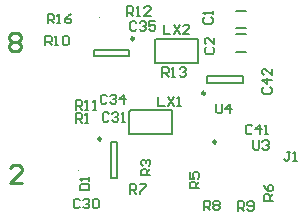
<source format=gto>
G04 Layer_Color=65535*
%FSLAX25Y25*%
%MOIN*%
G70*
G01*
G75*
%ADD32C,0.00984*%
%ADD38C,0.00394*%
%ADD39C,0.00787*%
%ADD40C,0.00606*%
%ADD41C,0.01000*%
D32*
X48031Y58858D02*
G03*
X48031Y58858I-492J0D01*
G01*
X71743Y40684D02*
G03*
X71743Y40684I-492J0D01*
G01*
X75439Y24508D02*
G03*
X75439Y24508I-492J0D01*
G01*
X37106Y25492D02*
G03*
X37106Y25492I-492J0D01*
G01*
D38*
X29626Y14980D02*
G03*
X29626Y14980I-197J0D01*
G01*
X36437Y65945D02*
G03*
X36437Y65945I-197J0D01*
G01*
D39*
X34547Y53150D02*
X46358D01*
X34547Y55118D02*
X46358D01*
X34547Y53150D02*
Y55118D01*
X46358Y53150D02*
Y55118D01*
X46464Y34727D02*
X46526Y34790D01*
X46651Y34915D02*
X46714Y34977D01*
X46339Y34602D02*
X46464Y34727D01*
X46714Y34977D02*
X46839Y35102D01*
X60839Y27102D02*
Y35102D01*
X46839D02*
X60839D01*
X46526Y34790D02*
X46651Y34915D01*
X46339Y27102D02*
Y34602D01*
Y27102D02*
X60839D01*
X82087Y62303D02*
X85236D01*
X82087Y68209D02*
X85236D01*
X72235Y46589D02*
X84439D01*
X72235Y44227D02*
X84439D01*
Y46589D01*
X72235Y44227D02*
Y46589D01*
X42323Y12500D02*
Y24311D01*
X40354Y12500D02*
Y24311D01*
Y12500D02*
X42323D01*
X40354Y24311D02*
X42323D01*
X55027Y58448D02*
X55089Y58510D01*
X55214Y58635D02*
X55277Y58698D01*
X54902Y58323D02*
X55027Y58448D01*
X55277Y58698D02*
X55402Y58823D01*
X69402Y50823D02*
Y58823D01*
X55402D02*
X69402D01*
X55089Y58510D02*
X55214Y58635D01*
X54902Y50823D02*
Y58323D01*
Y50823D02*
X69402D01*
X82087Y54527D02*
X85236D01*
X82087Y60433D02*
X85236D01*
D40*
X71687Y65977D02*
X71162Y65452D01*
Y64403D01*
X71687Y63878D01*
X73786D01*
X74311Y64403D01*
Y65452D01*
X73786Y65977D01*
X74311Y67027D02*
Y68076D01*
Y67551D01*
X71162D01*
X71687Y67027D01*
X72179Y56036D02*
X71655Y55511D01*
Y54462D01*
X72179Y53937D01*
X74278D01*
X74803Y54462D01*
Y55511D01*
X74278Y56036D01*
X74803Y59185D02*
Y57086D01*
X72704Y59185D01*
X72179D01*
X71655Y58660D01*
Y57610D01*
X72179Y57086D01*
X30052Y4986D02*
X29527Y5511D01*
X28477D01*
X27953Y4986D01*
Y2887D01*
X28477Y2362D01*
X29527D01*
X30052Y2887D01*
X31101Y4986D02*
X31626Y5511D01*
X32676D01*
X33200Y4986D01*
Y4461D01*
X32676Y3937D01*
X32151D01*
X32676D01*
X33200Y3412D01*
Y2887D01*
X32676Y2362D01*
X31626D01*
X31101Y2887D01*
X34250Y4986D02*
X34775Y5511D01*
X35824D01*
X36349Y4986D01*
Y2887D01*
X35824Y2362D01*
X34775D01*
X34250Y2887D01*
Y4986D01*
X39698Y33825D02*
X39173Y34349D01*
X38123D01*
X37598Y33825D01*
Y31726D01*
X38123Y31201D01*
X39173D01*
X39698Y31726D01*
X40747Y33825D02*
X41272Y34349D01*
X42321D01*
X42846Y33825D01*
Y33300D01*
X42321Y32775D01*
X41796D01*
X42321D01*
X42846Y32250D01*
Y31726D01*
X42321Y31201D01*
X41272D01*
X40747Y31726D01*
X43896Y31201D02*
X44945D01*
X44420D01*
Y34349D01*
X43896Y33825D01*
X39009Y39730D02*
X38484Y40255D01*
X37434D01*
X36909Y39730D01*
Y37631D01*
X37434Y37106D01*
X38484D01*
X39009Y37631D01*
X40058Y39730D02*
X40583Y40255D01*
X41632D01*
X42157Y39730D01*
Y39205D01*
X41632Y38681D01*
X41108D01*
X41632D01*
X42157Y38156D01*
Y37631D01*
X41632Y37106D01*
X40583D01*
X40058Y37631D01*
X44781Y37106D02*
Y40255D01*
X43207Y38681D01*
X45306D01*
X48851Y64140D02*
X48326Y64664D01*
X47277D01*
X46752Y64140D01*
Y62041D01*
X47277Y61516D01*
X48326D01*
X48851Y62041D01*
X49900Y64140D02*
X50425Y64664D01*
X51475D01*
X52000Y64140D01*
Y63615D01*
X51475Y63090D01*
X50950D01*
X51475D01*
X52000Y62565D01*
Y62041D01*
X51475Y61516D01*
X50425D01*
X49900Y62041D01*
X55148Y64664D02*
X53049D01*
Y63090D01*
X54099Y63615D01*
X54623D01*
X55148Y63090D01*
Y62041D01*
X54623Y61516D01*
X53574D01*
X53049Y62041D01*
X87434Y29691D02*
X86909Y30215D01*
X85859D01*
X85335Y29691D01*
Y27592D01*
X85859Y27067D01*
X86909D01*
X87434Y27592D01*
X90057Y27067D02*
Y30215D01*
X88483Y28641D01*
X90582D01*
X91632Y27067D02*
X92681D01*
X92157D01*
Y30215D01*
X91632Y29691D01*
X91274Y42650D02*
X90749Y42125D01*
Y41076D01*
X91274Y40551D01*
X93373D01*
X93898Y41076D01*
Y42125D01*
X93373Y42650D01*
X93898Y45274D02*
X90749D01*
X92323Y43700D01*
Y45799D01*
X93898Y48947D02*
Y46848D01*
X91799Y48947D01*
X91274D01*
X90749Y48423D01*
Y47373D01*
X91274Y46848D01*
X30021Y8465D02*
X33169D01*
Y10039D01*
X32645Y10564D01*
X30545D01*
X30021Y10039D01*
Y8465D01*
X33169Y11613D02*
Y12663D01*
Y12138D01*
X30021D01*
X30545Y11613D01*
X100131Y21259D02*
X99081D01*
X99606D01*
Y18635D01*
X99081Y18110D01*
X98556D01*
X98032Y18635D01*
X101180Y18110D02*
X102230D01*
X101705D01*
Y21259D01*
X101180Y20734D01*
X56201Y39566D02*
Y36417D01*
X58300D01*
X59349Y39566D02*
X61448Y36417D01*
Y39566D02*
X59349Y36417D01*
X62498D02*
X63547D01*
X63023D01*
Y39566D01*
X62498Y39041D01*
X58071Y63582D02*
Y60433D01*
X60170D01*
X61219Y63582D02*
X63319Y60433D01*
Y63582D02*
X61219Y60433D01*
X66467D02*
X64368D01*
X66467Y62532D01*
Y63057D01*
X65942Y63582D01*
X64893D01*
X64368Y63057D01*
X28642Y30906D02*
Y34054D01*
X30216D01*
X30741Y33529D01*
Y32480D01*
X30216Y31955D01*
X28642D01*
X29691D02*
X30741Y30906D01*
X31790D02*
X32840D01*
X32315D01*
Y34054D01*
X31790Y33529D01*
X53543Y13287D02*
X50395D01*
Y14862D01*
X50920Y15386D01*
X51969D01*
X52494Y14862D01*
Y13287D01*
Y14337D02*
X53543Y15386D01*
X50920Y16436D02*
X50395Y16961D01*
Y18010D01*
X50920Y18535D01*
X51444D01*
X51969Y18010D01*
Y17485D01*
Y18010D01*
X52494Y18535D01*
X53018D01*
X53543Y18010D01*
Y16961D01*
X53018Y16436D01*
X69784Y9055D02*
X66635D01*
Y10629D01*
X67160Y11154D01*
X68209D01*
X68734Y10629D01*
Y9055D01*
Y10105D02*
X69784Y11154D01*
X66635Y14303D02*
Y12204D01*
X68209D01*
X67684Y13253D01*
Y13778D01*
X68209Y14303D01*
X69259D01*
X69784Y13778D01*
Y12729D01*
X69259Y12204D01*
X94390Y4918D02*
X91241D01*
Y6493D01*
X91766Y7017D01*
X92816D01*
X93340Y6493D01*
Y4918D01*
Y5968D02*
X94390Y7017D01*
X91241Y10166D02*
X91766Y9116D01*
X92816Y8067D01*
X93865D01*
X94390Y8592D01*
Y9641D01*
X93865Y10166D01*
X93340D01*
X92816Y9641D01*
Y8067D01*
X46752Y7283D02*
Y10432D01*
X48326D01*
X48851Y9907D01*
Y8858D01*
X48326Y8333D01*
X46752D01*
X47802D02*
X48851Y7283D01*
X49900Y10432D02*
X52000D01*
Y9907D01*
X49900Y7808D01*
Y7283D01*
X71358Y1772D02*
Y4920D01*
X72933D01*
X73457Y4395D01*
Y3346D01*
X72933Y2821D01*
X71358D01*
X72408D02*
X73457Y1772D01*
X74507Y4395D02*
X75032Y4920D01*
X76081D01*
X76606Y4395D01*
Y3871D01*
X76081Y3346D01*
X76606Y2821D01*
Y2296D01*
X76081Y1772D01*
X75032D01*
X74507Y2296D01*
Y2821D01*
X75032Y3346D01*
X74507Y3871D01*
Y4395D01*
X75032Y3346D02*
X76081D01*
X82677Y1476D02*
Y4625D01*
X84251D01*
X84776Y4100D01*
Y3051D01*
X84251Y2526D01*
X82677D01*
X83727D02*
X84776Y1476D01*
X85826Y2001D02*
X86351Y1476D01*
X87400D01*
X87925Y2001D01*
Y4100D01*
X87400Y4625D01*
X86351D01*
X85826Y4100D01*
Y3575D01*
X86351Y3051D01*
X87925D01*
X18504Y56693D02*
Y59842D01*
X20078D01*
X20603Y59317D01*
Y58267D01*
X20078Y57742D01*
X18504D01*
X19554D02*
X20603Y56693D01*
X21653D02*
X22702D01*
X22177D01*
Y59842D01*
X21653Y59317D01*
X24276D02*
X24801Y59842D01*
X25851D01*
X26375Y59317D01*
Y57218D01*
X25851Y56693D01*
X24801D01*
X24276Y57218D01*
Y59317D01*
X28642Y35236D02*
Y38385D01*
X30216D01*
X30741Y37860D01*
Y36810D01*
X30216Y36286D01*
X28642D01*
X29691D02*
X30741Y35236D01*
X31790D02*
X32840D01*
X32315D01*
Y38385D01*
X31790Y37860D01*
X34414Y35236D02*
X35464D01*
X34939D01*
Y38385D01*
X34414Y37860D01*
X45768Y66535D02*
Y69684D01*
X47342D01*
X47867Y69159D01*
Y68110D01*
X47342Y67585D01*
X45768D01*
X46817D02*
X47867Y66535D01*
X48916D02*
X49966D01*
X49441D01*
Y69684D01*
X48916Y69159D01*
X53639Y66535D02*
X51540D01*
X53639Y68634D01*
Y69159D01*
X53114Y69684D01*
X52065D01*
X51540Y69159D01*
X57480Y46260D02*
Y49408D01*
X59055D01*
X59579Y48884D01*
Y47834D01*
X59055Y47309D01*
X57480D01*
X58530D02*
X59579Y46260D01*
X60629D02*
X61678D01*
X61154D01*
Y49408D01*
X60629Y48884D01*
X63253D02*
X63778Y49408D01*
X64827D01*
X65352Y48884D01*
Y48359D01*
X64827Y47834D01*
X64302D01*
X64827D01*
X65352Y47309D01*
Y46785D01*
X64827Y46260D01*
X63778D01*
X63253Y46785D01*
X19291Y63976D02*
Y67125D01*
X20866D01*
X21390Y66600D01*
Y65551D01*
X20866Y65026D01*
X19291D01*
X20341D02*
X21390Y63976D01*
X22440D02*
X23489D01*
X22965D01*
Y67125D01*
X22440Y66600D01*
X27163Y67125D02*
X26113Y66600D01*
X25064Y65551D01*
Y64501D01*
X25589Y63976D01*
X26638D01*
X27163Y64501D01*
Y65026D01*
X26638Y65551D01*
X25064D01*
X87697Y24999D02*
Y22375D01*
X88222Y21850D01*
X89271D01*
X89796Y22375D01*
Y24999D01*
X90845Y24474D02*
X91370Y24999D01*
X92420D01*
X92945Y24474D01*
Y23949D01*
X92420Y23425D01*
X91895D01*
X92420D01*
X92945Y22900D01*
Y22375D01*
X92420Y21850D01*
X91370D01*
X90845Y22375D01*
X75394Y37105D02*
Y34481D01*
X75919Y33957D01*
X76968D01*
X77493Y34481D01*
Y37105D01*
X80117Y33957D02*
Y37105D01*
X78542Y35531D01*
X80641D01*
D41*
X10692Y10728D02*
X6693D01*
X10692Y14727D01*
Y15727D01*
X9692Y16726D01*
X7693D01*
X6693Y15727D01*
X6299Y59821D02*
X7299Y60821D01*
X9298D01*
X10298Y59821D01*
Y58822D01*
X9298Y57822D01*
X10298Y56822D01*
Y55822D01*
X9298Y54823D01*
X7299D01*
X6299Y55822D01*
Y56822D01*
X7299Y57822D01*
X6299Y58822D01*
Y59821D01*
X7299Y57822D02*
X9298D01*
M02*

</source>
